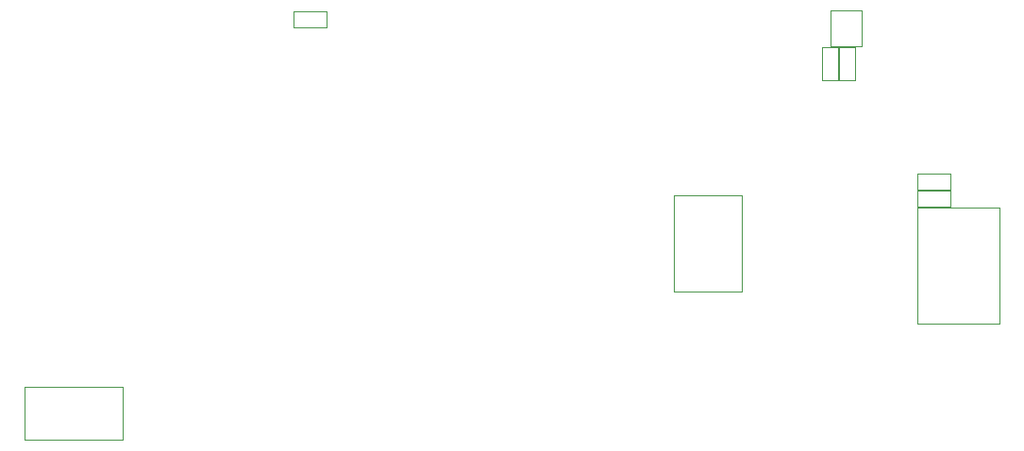
<source format=gbr>
%TF.GenerationSoftware,KiCad,Pcbnew,(5.1.2)-1*%
%TF.CreationDate,2020-09-11T17:40:03+02:00*%
%TF.ProjectId,ArduinoShield_SPIlinedriver_Sync_2V0,41726475-696e-46f5-9368-69656c645f53,3.1*%
%TF.SameCoordinates,Original*%
%TF.FileFunction,Other,User*%
%FSLAX46Y46*%
G04 Gerber Fmt 4.6, Leading zero omitted, Abs format (unit mm)*
G04 Created by KiCad (PCBNEW (5.1.2)-1) date 2020-09-11 17:40:03*
%MOMM*%
%LPD*%
G04 APERTURE LIST*
%ADD10C,0.050000*%
G04 APERTURE END LIST*
D10*
X171345000Y-89411400D02*
X165245000Y-89411400D01*
X165245000Y-89411400D02*
X165245000Y-98061400D01*
X165245000Y-98061400D02*
X171345000Y-98061400D01*
X171345000Y-98061400D02*
X171345000Y-89411400D01*
X187054000Y-90558000D02*
X194454000Y-90558000D01*
X187054000Y-100958000D02*
X187054000Y-90558000D01*
X194454000Y-100958000D02*
X187054000Y-100958000D01*
X194454000Y-90558000D02*
X194454000Y-100958000D01*
X180016400Y-76142400D02*
X180016400Y-79102400D01*
X181476400Y-76142400D02*
X180016400Y-76142400D01*
X181476400Y-79102400D02*
X181476400Y-76142400D01*
X180016400Y-79102400D02*
X181476400Y-79102400D01*
X187038800Y-88918800D02*
X189998800Y-88918800D01*
X187038800Y-87458800D02*
X187038800Y-88918800D01*
X189998800Y-87458800D02*
X187038800Y-87458800D01*
X189998800Y-88918800D02*
X189998800Y-87458800D01*
X178492400Y-76142400D02*
X178492400Y-79102400D01*
X179952400Y-76142400D02*
X178492400Y-76142400D01*
X179952400Y-79102400D02*
X179952400Y-76142400D01*
X178492400Y-79102400D02*
X179952400Y-79102400D01*
X187038800Y-90493600D02*
X189998800Y-90493600D01*
X187038800Y-89033600D02*
X187038800Y-90493600D01*
X189998800Y-89033600D02*
X187038800Y-89033600D01*
X189998800Y-90493600D02*
X189998800Y-89033600D01*
X182098201Y-76057401D02*
X179298201Y-76057401D01*
X179298201Y-72857401D02*
X182098201Y-72857401D01*
X179298201Y-72857401D02*
X179298201Y-76057401D01*
X182098201Y-72857401D02*
X182098201Y-76057401D01*
X115791700Y-111391400D02*
X115791700Y-106591400D01*
X115791700Y-106591400D02*
X106991700Y-106591400D01*
X106991700Y-106591400D02*
X106991700Y-111391400D01*
X106991700Y-111391400D02*
X115791700Y-111391400D01*
X131146000Y-72930000D02*
X131146000Y-74390000D01*
X131146000Y-74390000D02*
X134106000Y-74390000D01*
X134106000Y-74390000D02*
X134106000Y-72930000D01*
X134106000Y-72930000D02*
X131146000Y-72930000D01*
M02*

</source>
